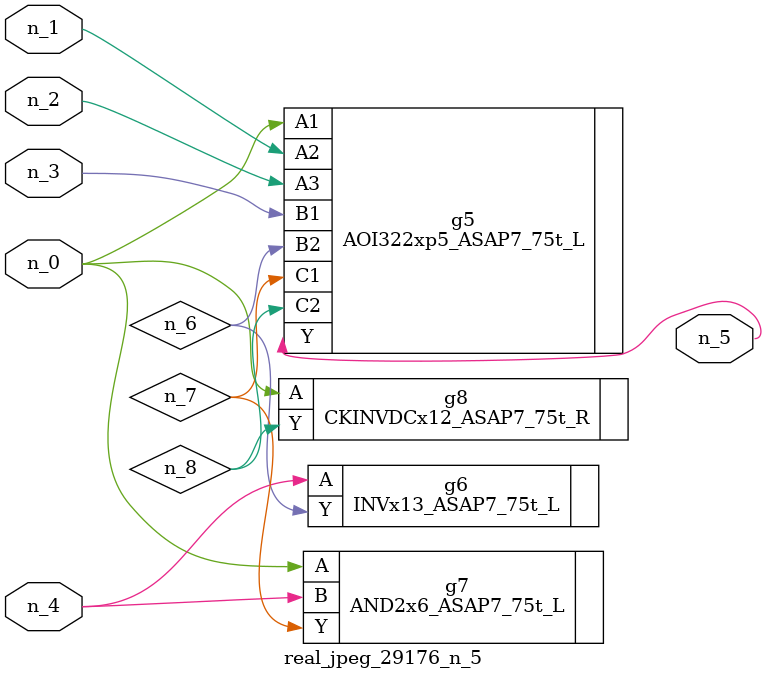
<source format=v>
module real_jpeg_29176_n_5 (n_4, n_0, n_1, n_2, n_3, n_5);

input n_4;
input n_0;
input n_1;
input n_2;
input n_3;

output n_5;

wire n_8;
wire n_6;
wire n_7;

AOI322xp5_ASAP7_75t_L g5 ( 
.A1(n_0),
.A2(n_1),
.A3(n_2),
.B1(n_3),
.B2(n_6),
.C1(n_7),
.C2(n_8),
.Y(n_5)
);

AND2x6_ASAP7_75t_L g7 ( 
.A(n_0),
.B(n_4),
.Y(n_7)
);

CKINVDCx12_ASAP7_75t_R g8 ( 
.A(n_0),
.Y(n_8)
);

INVx13_ASAP7_75t_L g6 ( 
.A(n_4),
.Y(n_6)
);


endmodule
</source>
